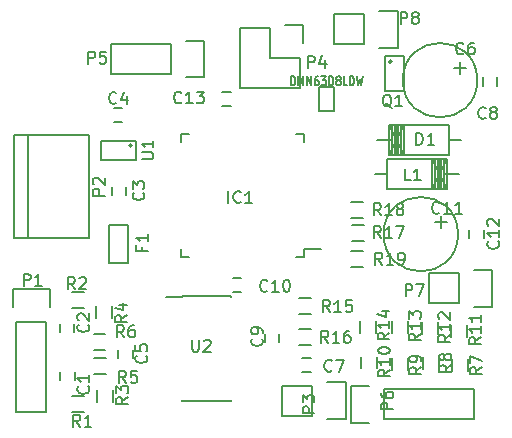
<source format=gto>
G04 #@! TF.FileFunction,Legend,Top*
%FSLAX46Y46*%
G04 Gerber Fmt 4.6, Leading zero omitted, Abs format (unit mm)*
G04 Created by KiCad (PCBNEW (2015-08-05 BZR 6055, Git fa29c62)-product) date 28/09/2015 1:15:09 PM*
%MOMM*%
G01*
G04 APERTURE LIST*
%ADD10C,0.150000*%
%ADD11C,0.152400*%
%ADD12C,0.127000*%
G04 APERTURE END LIST*
D10*
X38719200Y-152282640D02*
X38719200Y-151582640D01*
X39919200Y-151582640D02*
X39919200Y-152282640D01*
X39878560Y-147488160D02*
X39878560Y-148188160D01*
X38678560Y-148188160D02*
X38678560Y-147488160D01*
X44282920Y-135926080D02*
X44282920Y-136626080D01*
X43082920Y-136626080D02*
X43082920Y-135926080D01*
X43264340Y-129216860D02*
X43964340Y-129216860D01*
X43964340Y-130416860D02*
X43264340Y-130416860D01*
X43626480Y-150405580D02*
X43626480Y-149705580D01*
X44826480Y-149705580D02*
X44826480Y-150405580D01*
X72555100Y-125867160D02*
X72555100Y-126367540D01*
X72555100Y-125867160D02*
X73055480Y-125867160D01*
X72555100Y-125366780D02*
X72555100Y-125867160D01*
X72555100Y-125867160D02*
X72156320Y-125867160D01*
X72156320Y-125867160D02*
X72054720Y-125867160D01*
X74005440Y-126867920D02*
G75*
G03X74005440Y-126867920I-3149600J0D01*
G01*
X59195220Y-150364900D02*
X59895220Y-150364900D01*
X59895220Y-151564900D02*
X59195220Y-151564900D01*
X75672240Y-126624600D02*
X75672240Y-127324600D01*
X74472240Y-127324600D02*
X74472240Y-126624600D01*
X57196280Y-148361920D02*
X57196280Y-149061920D01*
X55996280Y-149061920D02*
X55996280Y-148361920D01*
X70929500Y-138904980D02*
X70929500Y-139405360D01*
X70929500Y-138904980D02*
X71429880Y-138904980D01*
X70929500Y-138404600D02*
X70929500Y-138904980D01*
X70929500Y-138904980D02*
X70530720Y-138904980D01*
X70530720Y-138904980D02*
X70429120Y-138904980D01*
X72379840Y-139905740D02*
G75*
G03X72379840Y-139905740I-3149600J0D01*
G01*
X74541940Y-139543040D02*
X74541940Y-140243040D01*
X73341940Y-140243040D02*
X73341940Y-139543040D01*
X66360040Y-134800340D02*
X65344040Y-134800340D01*
X71186040Y-134800340D02*
X72456040Y-134800340D01*
X70932040Y-136070340D02*
X70932040Y-133530340D01*
X70678040Y-136070340D02*
X70678040Y-133530340D01*
X70424040Y-136070340D02*
X70424040Y-133530340D01*
X71186040Y-136070340D02*
X71186040Y-133530340D01*
X70170040Y-136070340D02*
X71440040Y-133530340D01*
X71440040Y-136070340D02*
X70170040Y-133530340D01*
X70170040Y-136070340D02*
X70170040Y-133530340D01*
X70805040Y-136070340D02*
X70805040Y-133530340D01*
X71440040Y-133530340D02*
X71440040Y-136070340D01*
X71440040Y-136070340D02*
X66360040Y-136070340D01*
X66360040Y-136070340D02*
X66360040Y-133530340D01*
X66360040Y-133530340D02*
X71440040Y-133530340D01*
X42865140Y-139105840D02*
X44465140Y-139105840D01*
X44465140Y-139105840D02*
X44465140Y-142305840D01*
X44465140Y-142305840D02*
X42865140Y-142305840D01*
X42865140Y-142305840D02*
X42865140Y-139105840D01*
X59302400Y-141801600D02*
X59302400Y-141131600D01*
X48952400Y-141801600D02*
X48952400Y-141131600D01*
X48952400Y-131451600D02*
X48952400Y-132121600D01*
X59302400Y-131451600D02*
X59302400Y-132121600D01*
X59302400Y-141801600D02*
X58632400Y-141801600D01*
X59302400Y-131451600D02*
X58632400Y-131451600D01*
X48952400Y-131451600D02*
X49622400Y-131451600D01*
X48952400Y-141801600D02*
X49622400Y-141801600D01*
X59302400Y-141131600D02*
X60777400Y-141131600D01*
X71577200Y-131899660D02*
X72593200Y-131899660D01*
X66751200Y-131899660D02*
X65481200Y-131899660D01*
X67005200Y-130629660D02*
X67005200Y-133169660D01*
X67259200Y-130629660D02*
X67259200Y-133169660D01*
X67513200Y-130629660D02*
X67513200Y-133169660D01*
X66751200Y-130629660D02*
X66751200Y-133169660D01*
X67767200Y-130629660D02*
X66497200Y-133169660D01*
X66497200Y-130629660D02*
X67767200Y-133169660D01*
X67767200Y-130629660D02*
X67767200Y-133169660D01*
X67132200Y-130629660D02*
X67132200Y-133169660D01*
X66497200Y-133169660D02*
X66497200Y-130629660D01*
X66497200Y-130629660D02*
X71577200Y-130629660D01*
X71577200Y-130629660D02*
X71577200Y-133169660D01*
X71577200Y-133169660D02*
X66497200Y-133169660D01*
X34988500Y-147370800D02*
X34988500Y-154990800D01*
X37528500Y-147370800D02*
X37528500Y-154990800D01*
X37808500Y-144550800D02*
X37808500Y-146100800D01*
X34988500Y-154990800D02*
X37528500Y-154990800D01*
X37528500Y-147370800D02*
X34988500Y-147370800D01*
X34708500Y-146100800D02*
X34708500Y-144550800D01*
X34708500Y-144550800D02*
X37808500Y-144550800D01*
X34747360Y-131549260D02*
X34747360Y-140249260D01*
X41152360Y-131549260D02*
X41152360Y-140249260D01*
X41152360Y-140249260D02*
X34747360Y-140249260D01*
X35977360Y-140249260D02*
X35977360Y-131549260D01*
X34747360Y-131549260D02*
X41152360Y-131549260D01*
X66131440Y-155580080D02*
X73751440Y-155580080D01*
X66131440Y-153040080D02*
X73751440Y-153040080D01*
X63311440Y-152760080D02*
X64861440Y-152760080D01*
X73751440Y-155580080D02*
X73751440Y-153040080D01*
X66131440Y-153040080D02*
X66131440Y-155580080D01*
X64861440Y-155860080D02*
X63311440Y-155860080D01*
X63311440Y-155860080D02*
X63311440Y-152760080D01*
X57718960Y-122168320D02*
X59268960Y-122168320D01*
X59268960Y-123718320D02*
X59268960Y-122168320D01*
X56448960Y-122448320D02*
X56448960Y-124988320D01*
X56448960Y-124988320D02*
X58988960Y-124988320D01*
X58988960Y-124988320D02*
X58988960Y-127528320D01*
X58988960Y-127528320D02*
X53908960Y-127528320D01*
X53908960Y-127528320D02*
X53908960Y-122448320D01*
X53908960Y-122448320D02*
X56448960Y-122448320D01*
X48072040Y-123819920D02*
X42992040Y-123819920D01*
X42992040Y-123819920D02*
X42992040Y-126359920D01*
X42992040Y-126359920D02*
X48072040Y-126359920D01*
X50892040Y-126639920D02*
X49342040Y-126639920D01*
X48072040Y-126359920D02*
X48072040Y-123819920D01*
X49342040Y-123539920D02*
X50892040Y-123539920D01*
X50892040Y-123539920D02*
X50892040Y-126639920D01*
X60058300Y-155282900D02*
X57518300Y-155282900D01*
X62878300Y-155562900D02*
X61328300Y-155562900D01*
X60058300Y-155282900D02*
X60058300Y-152742900D01*
X61328300Y-152462900D02*
X62878300Y-152462900D01*
X62878300Y-152462900D02*
X62878300Y-155562900D01*
X60058300Y-152742900D02*
X57518300Y-152742900D01*
X57518300Y-152742900D02*
X57518300Y-155282900D01*
X72471280Y-145775680D02*
X69931280Y-145775680D01*
X75291280Y-146055680D02*
X73741280Y-146055680D01*
X72471280Y-145775680D02*
X72471280Y-143235680D01*
X73741280Y-142955680D02*
X75291280Y-142955680D01*
X75291280Y-142955680D02*
X75291280Y-146055680D01*
X72471280Y-143235680D02*
X69931280Y-143235680D01*
X69931280Y-143235680D02*
X69931280Y-145775680D01*
X64444880Y-123840240D02*
X61904880Y-123840240D01*
X67264880Y-124120240D02*
X65714880Y-124120240D01*
X64444880Y-123840240D02*
X64444880Y-121300240D01*
X65714880Y-121020240D02*
X67264880Y-121020240D01*
X67264880Y-121020240D02*
X67264880Y-124120240D01*
X64444880Y-121300240D02*
X61904880Y-121300240D01*
X61904880Y-121300240D02*
X61904880Y-123840240D01*
X66777101Y-125309120D02*
G75*
G03X66777101Y-125309120I-141421J0D01*
G01*
X66235680Y-127809120D02*
X67835680Y-127809120D01*
X67835680Y-127809120D02*
X67835680Y-124809120D01*
X67835680Y-124809120D02*
X66235680Y-124809120D01*
X66235680Y-124809120D02*
X66235680Y-127809120D01*
X39733600Y-153614760D02*
X40733600Y-153614760D01*
X40733600Y-154964760D02*
X39733600Y-154964760D01*
X39718360Y-144806040D02*
X40718360Y-144806040D01*
X40718360Y-146156040D02*
X39718360Y-146156040D01*
X43159040Y-153088720D02*
X43159040Y-154088720D01*
X41809040Y-154088720D02*
X41809040Y-153088720D01*
X43075220Y-146022440D02*
X43075220Y-147022440D01*
X41725220Y-147022440D02*
X41725220Y-146022440D01*
X41577640Y-150427060D02*
X42577640Y-150427060D01*
X42577640Y-151777060D02*
X41577640Y-151777060D01*
X41521760Y-148334100D02*
X42521760Y-148334100D01*
X42521760Y-149684100D02*
X41521760Y-149684100D01*
X71842000Y-151459820D02*
X71842000Y-150459820D01*
X73192000Y-150459820D02*
X73192000Y-151459820D01*
X69406140Y-151309960D02*
X69406140Y-150309960D01*
X70756140Y-150309960D02*
X70756140Y-151309960D01*
X66812800Y-151383620D02*
X66812800Y-150383620D01*
X68162800Y-150383620D02*
X68162800Y-151383620D01*
X64148340Y-151269320D02*
X64148340Y-150269320D01*
X65498340Y-150269320D02*
X65498340Y-151269320D01*
X71803900Y-148602320D02*
X71803900Y-147602320D01*
X73153900Y-147602320D02*
X73153900Y-148602320D01*
X69329940Y-148338160D02*
X69329940Y-147338160D01*
X70679940Y-147338160D02*
X70679940Y-148338160D01*
X66774700Y-148297520D02*
X66774700Y-147297520D01*
X68124700Y-147297520D02*
X68124700Y-148297520D01*
X64110240Y-148259420D02*
X64110240Y-147259420D01*
X65460240Y-147259420D02*
X65460240Y-148259420D01*
X59923300Y-146686900D02*
X58923300Y-146686900D01*
X58923300Y-145336900D02*
X59923300Y-145336900D01*
X58948700Y-147902300D02*
X59948700Y-147902300D01*
X59948700Y-149252300D02*
X58948700Y-149252300D01*
X63358140Y-137147940D02*
X64358140Y-137147940D01*
X64358140Y-138497940D02*
X63358140Y-138497940D01*
X64396240Y-140491840D02*
X63396240Y-140491840D01*
X63396240Y-139141840D02*
X64396240Y-139141840D01*
X63358140Y-141313540D02*
X64358140Y-141313540D01*
X64358140Y-142663540D02*
X63358140Y-142663540D01*
X44783701Y-132391200D02*
G75*
G03X44783701Y-132391200I-141421J0D01*
G01*
X42142280Y-131991200D02*
X42142280Y-133591200D01*
X42142280Y-133591200D02*
X45142280Y-133591200D01*
X45142280Y-133591200D02*
X45142280Y-131991200D01*
X45142280Y-131991200D02*
X42142280Y-131991200D01*
X49042500Y-145130600D02*
X49042500Y-145245600D01*
X53192500Y-145130600D02*
X53192500Y-145245600D01*
X53192500Y-154030600D02*
X53192500Y-153915600D01*
X49042500Y-154030600D02*
X49042500Y-153915600D01*
X49042500Y-145130600D02*
X53192500Y-145130600D01*
X49042500Y-154030600D02*
X53192500Y-154030600D01*
X49042500Y-145245600D02*
X47667500Y-145245600D01*
D11*
X61894720Y-129489200D02*
X61894720Y-127457200D01*
X61894720Y-127457200D02*
X60624720Y-127457200D01*
X60624720Y-127457200D02*
X60624720Y-129489200D01*
X60624720Y-129489200D02*
X61894720Y-129489200D01*
D10*
X52436280Y-127827480D02*
X53136280Y-127827480D01*
X53136280Y-129027480D02*
X52436280Y-129027480D01*
X54045600Y-144800880D02*
X53345600Y-144800880D01*
X53345600Y-143600880D02*
X54045600Y-143600880D01*
X41058103Y-152790186D02*
X41105722Y-152837805D01*
X41153341Y-152980662D01*
X41153341Y-153075900D01*
X41105722Y-153218758D01*
X41010484Y-153313996D01*
X40915246Y-153361615D01*
X40724770Y-153409234D01*
X40581912Y-153409234D01*
X40391436Y-153361615D01*
X40296198Y-153313996D01*
X40200960Y-153218758D01*
X40153341Y-153075900D01*
X40153341Y-152980662D01*
X40200960Y-152837805D01*
X40248579Y-152790186D01*
X41153341Y-151837805D02*
X41153341Y-152409234D01*
X41153341Y-152123520D02*
X40153341Y-152123520D01*
X40296198Y-152218758D01*
X40391436Y-152313996D01*
X40439055Y-152409234D01*
X41063183Y-147567946D02*
X41110802Y-147615565D01*
X41158421Y-147758422D01*
X41158421Y-147853660D01*
X41110802Y-147996518D01*
X41015564Y-148091756D01*
X40920326Y-148139375D01*
X40729850Y-148186994D01*
X40586992Y-148186994D01*
X40396516Y-148139375D01*
X40301278Y-148091756D01*
X40206040Y-147996518D01*
X40158421Y-147853660D01*
X40158421Y-147758422D01*
X40206040Y-147615565D01*
X40253659Y-147567946D01*
X40253659Y-147186994D02*
X40206040Y-147139375D01*
X40158421Y-147044137D01*
X40158421Y-146806041D01*
X40206040Y-146710803D01*
X40253659Y-146663184D01*
X40348897Y-146615565D01*
X40444135Y-146615565D01*
X40586992Y-146663184D01*
X41158421Y-147234613D01*
X41158421Y-146615565D01*
X45736783Y-136391946D02*
X45784402Y-136439565D01*
X45832021Y-136582422D01*
X45832021Y-136677660D01*
X45784402Y-136820518D01*
X45689164Y-136915756D01*
X45593926Y-136963375D01*
X45403450Y-137010994D01*
X45260592Y-137010994D01*
X45070116Y-136963375D01*
X44974878Y-136915756D01*
X44879640Y-136820518D01*
X44832021Y-136677660D01*
X44832021Y-136582422D01*
X44879640Y-136439565D01*
X44927259Y-136391946D01*
X44832021Y-136058613D02*
X44832021Y-135439565D01*
X45212973Y-135772899D01*
X45212973Y-135630041D01*
X45260592Y-135534803D01*
X45308211Y-135487184D01*
X45403450Y-135439565D01*
X45641545Y-135439565D01*
X45736783Y-135487184D01*
X45784402Y-135534803D01*
X45832021Y-135630041D01*
X45832021Y-135915756D01*
X45784402Y-136010994D01*
X45736783Y-136058613D01*
X43460374Y-128794783D02*
X43412755Y-128842402D01*
X43269898Y-128890021D01*
X43174660Y-128890021D01*
X43031802Y-128842402D01*
X42936564Y-128747164D01*
X42888945Y-128651926D01*
X42841326Y-128461450D01*
X42841326Y-128318592D01*
X42888945Y-128128116D01*
X42936564Y-128032878D01*
X43031802Y-127937640D01*
X43174660Y-127890021D01*
X43269898Y-127890021D01*
X43412755Y-127937640D01*
X43460374Y-127985259D01*
X44317517Y-128223354D02*
X44317517Y-128890021D01*
X44079421Y-127842402D02*
X43841326Y-128556688D01*
X44460374Y-128556688D01*
X45970463Y-150189226D02*
X46018082Y-150236845D01*
X46065701Y-150379702D01*
X46065701Y-150474940D01*
X46018082Y-150617798D01*
X45922844Y-150713036D01*
X45827606Y-150760655D01*
X45637130Y-150808274D01*
X45494272Y-150808274D01*
X45303796Y-150760655D01*
X45208558Y-150713036D01*
X45113320Y-150617798D01*
X45065701Y-150474940D01*
X45065701Y-150379702D01*
X45113320Y-150236845D01*
X45160939Y-150189226D01*
X45065701Y-149284464D02*
X45065701Y-149760655D01*
X45541891Y-149808274D01*
X45494272Y-149760655D01*
X45446653Y-149665417D01*
X45446653Y-149427321D01*
X45494272Y-149332083D01*
X45541891Y-149284464D01*
X45637130Y-149236845D01*
X45875225Y-149236845D01*
X45970463Y-149284464D01*
X46018082Y-149332083D01*
X46065701Y-149427321D01*
X46065701Y-149665417D01*
X46018082Y-149760655D01*
X45970463Y-149808274D01*
X72832934Y-124593623D02*
X72785315Y-124641242D01*
X72642458Y-124688861D01*
X72547220Y-124688861D01*
X72404362Y-124641242D01*
X72309124Y-124546004D01*
X72261505Y-124450766D01*
X72213886Y-124260290D01*
X72213886Y-124117432D01*
X72261505Y-123926956D01*
X72309124Y-123831718D01*
X72404362Y-123736480D01*
X72547220Y-123688861D01*
X72642458Y-123688861D01*
X72785315Y-123736480D01*
X72832934Y-123784099D01*
X73690077Y-123688861D02*
X73499600Y-123688861D01*
X73404362Y-123736480D01*
X73356743Y-123784099D01*
X73261505Y-123926956D01*
X73213886Y-124117432D01*
X73213886Y-124498385D01*
X73261505Y-124593623D01*
X73309124Y-124641242D01*
X73404362Y-124688861D01*
X73594839Y-124688861D01*
X73690077Y-124641242D01*
X73737696Y-124593623D01*
X73785315Y-124498385D01*
X73785315Y-124260290D01*
X73737696Y-124165051D01*
X73690077Y-124117432D01*
X73594839Y-124069813D01*
X73404362Y-124069813D01*
X73309124Y-124117432D01*
X73261505Y-124165051D01*
X73213886Y-124260290D01*
X61692494Y-151446503D02*
X61644875Y-151494122D01*
X61502018Y-151541741D01*
X61406780Y-151541741D01*
X61263922Y-151494122D01*
X61168684Y-151398884D01*
X61121065Y-151303646D01*
X61073446Y-151113170D01*
X61073446Y-150970312D01*
X61121065Y-150779836D01*
X61168684Y-150684598D01*
X61263922Y-150589360D01*
X61406780Y-150541741D01*
X61502018Y-150541741D01*
X61644875Y-150589360D01*
X61692494Y-150636979D01*
X62025827Y-150541741D02*
X62692494Y-150541741D01*
X62263922Y-151541741D01*
X74712534Y-130054623D02*
X74664915Y-130102242D01*
X74522058Y-130149861D01*
X74426820Y-130149861D01*
X74283962Y-130102242D01*
X74188724Y-130007004D01*
X74141105Y-129911766D01*
X74093486Y-129721290D01*
X74093486Y-129578432D01*
X74141105Y-129387956D01*
X74188724Y-129292718D01*
X74283962Y-129197480D01*
X74426820Y-129149861D01*
X74522058Y-129149861D01*
X74664915Y-129197480D01*
X74712534Y-129245099D01*
X75283962Y-129578432D02*
X75188724Y-129530813D01*
X75141105Y-129483194D01*
X75093486Y-129387956D01*
X75093486Y-129340337D01*
X75141105Y-129245099D01*
X75188724Y-129197480D01*
X75283962Y-129149861D01*
X75474439Y-129149861D01*
X75569677Y-129197480D01*
X75617296Y-129245099D01*
X75664915Y-129340337D01*
X75664915Y-129387956D01*
X75617296Y-129483194D01*
X75569677Y-129530813D01*
X75474439Y-129578432D01*
X75283962Y-129578432D01*
X75188724Y-129626051D01*
X75141105Y-129673670D01*
X75093486Y-129768909D01*
X75093486Y-129959385D01*
X75141105Y-130054623D01*
X75188724Y-130102242D01*
X75283962Y-130149861D01*
X75474439Y-130149861D01*
X75569677Y-130102242D01*
X75617296Y-130054623D01*
X75664915Y-129959385D01*
X75664915Y-129768909D01*
X75617296Y-129673670D01*
X75569677Y-129626051D01*
X75474439Y-129578432D01*
X55759623Y-148746506D02*
X55807242Y-148794125D01*
X55854861Y-148936982D01*
X55854861Y-149032220D01*
X55807242Y-149175078D01*
X55712004Y-149270316D01*
X55616766Y-149317935D01*
X55426290Y-149365554D01*
X55283432Y-149365554D01*
X55092956Y-149317935D01*
X54997718Y-149270316D01*
X54902480Y-149175078D01*
X54854861Y-149032220D01*
X54854861Y-148936982D01*
X54902480Y-148794125D01*
X54950099Y-148746506D01*
X55854861Y-148270316D02*
X55854861Y-148079840D01*
X55807242Y-147984601D01*
X55759623Y-147936982D01*
X55616766Y-147841744D01*
X55426290Y-147794125D01*
X55045337Y-147794125D01*
X54950099Y-147841744D01*
X54902480Y-147889363D01*
X54854861Y-147984601D01*
X54854861Y-148175078D01*
X54902480Y-148270316D01*
X54950099Y-148317935D01*
X55045337Y-148365554D01*
X55283432Y-148365554D01*
X55378670Y-148317935D01*
X55426290Y-148270316D01*
X55473909Y-148175078D01*
X55473909Y-147984601D01*
X55426290Y-147889363D01*
X55378670Y-147841744D01*
X55283432Y-147794125D01*
X70802263Y-138081023D02*
X70754644Y-138128642D01*
X70611787Y-138176261D01*
X70516549Y-138176261D01*
X70373691Y-138128642D01*
X70278453Y-138033404D01*
X70230834Y-137938166D01*
X70183215Y-137747690D01*
X70183215Y-137604832D01*
X70230834Y-137414356D01*
X70278453Y-137319118D01*
X70373691Y-137223880D01*
X70516549Y-137176261D01*
X70611787Y-137176261D01*
X70754644Y-137223880D01*
X70802263Y-137271499D01*
X71754644Y-138176261D02*
X71183215Y-138176261D01*
X71468929Y-138176261D02*
X71468929Y-137176261D01*
X71373691Y-137319118D01*
X71278453Y-137414356D01*
X71183215Y-137461975D01*
X72707025Y-138176261D02*
X72135596Y-138176261D01*
X72421310Y-138176261D02*
X72421310Y-137176261D01*
X72326072Y-137319118D01*
X72230834Y-137414356D01*
X72135596Y-137461975D01*
X75764663Y-140515577D02*
X75812282Y-140563196D01*
X75859901Y-140706053D01*
X75859901Y-140801291D01*
X75812282Y-140944149D01*
X75717044Y-141039387D01*
X75621806Y-141087006D01*
X75431330Y-141134625D01*
X75288472Y-141134625D01*
X75097996Y-141087006D01*
X75002758Y-141039387D01*
X74907520Y-140944149D01*
X74859901Y-140801291D01*
X74859901Y-140706053D01*
X74907520Y-140563196D01*
X74955139Y-140515577D01*
X75859901Y-139563196D02*
X75859901Y-140134625D01*
X75859901Y-139848911D02*
X74859901Y-139848911D01*
X75002758Y-139944149D01*
X75097996Y-140039387D01*
X75145615Y-140134625D01*
X74955139Y-139182244D02*
X74907520Y-139134625D01*
X74859901Y-139039387D01*
X74859901Y-138801291D01*
X74907520Y-138706053D01*
X74955139Y-138658434D01*
X75050377Y-138610815D01*
X75145615Y-138610815D01*
X75288472Y-138658434D01*
X75859901Y-139229863D01*
X75859901Y-138610815D01*
X68847745Y-132339341D02*
X68847745Y-131339341D01*
X69085840Y-131339341D01*
X69228698Y-131386960D01*
X69323936Y-131482198D01*
X69371555Y-131577436D01*
X69419174Y-131767912D01*
X69419174Y-131910770D01*
X69371555Y-132101246D01*
X69323936Y-132196484D01*
X69228698Y-132291722D01*
X69085840Y-132339341D01*
X68847745Y-132339341D01*
X70371555Y-132339341D02*
X69800126Y-132339341D01*
X70085840Y-132339341D02*
X70085840Y-131339341D01*
X69990602Y-131482198D01*
X69895364Y-131577436D01*
X69800126Y-131625055D01*
X45602851Y-140968053D02*
X45602851Y-141301387D01*
X46126661Y-141301387D02*
X45126661Y-141301387D01*
X45126661Y-140825196D01*
X46126661Y-139920434D02*
X46126661Y-140491863D01*
X46126661Y-140206149D02*
X45126661Y-140206149D01*
X45269518Y-140301387D01*
X45364756Y-140396625D01*
X45412375Y-140491863D01*
X52937850Y-137272021D02*
X52937850Y-136272021D01*
X53985469Y-137176783D02*
X53937850Y-137224402D01*
X53794993Y-137272021D01*
X53699755Y-137272021D01*
X53556897Y-137224402D01*
X53461659Y-137129164D01*
X53414040Y-137033926D01*
X53366421Y-136843450D01*
X53366421Y-136700592D01*
X53414040Y-136510116D01*
X53461659Y-136414878D01*
X53556897Y-136319640D01*
X53699755Y-136272021D01*
X53794993Y-136272021D01*
X53937850Y-136319640D01*
X53985469Y-136367259D01*
X54937850Y-137272021D02*
X54366421Y-137272021D01*
X54652135Y-137272021D02*
X54652135Y-136272021D01*
X54556897Y-136414878D01*
X54461659Y-136510116D01*
X54366421Y-136557735D01*
X68367614Y-135356861D02*
X67891423Y-135356861D01*
X67891423Y-134356861D01*
X69224757Y-135356861D02*
X68653328Y-135356861D01*
X68939042Y-135356861D02*
X68939042Y-134356861D01*
X68843804Y-134499718D01*
X68748566Y-134594956D01*
X68653328Y-134642575D01*
X35614385Y-144287501D02*
X35614385Y-143287501D01*
X35995338Y-143287501D01*
X36090576Y-143335120D01*
X36138195Y-143382739D01*
X36185814Y-143477977D01*
X36185814Y-143620834D01*
X36138195Y-143716072D01*
X36090576Y-143763691D01*
X35995338Y-143811310D01*
X35614385Y-143811310D01*
X37138195Y-144287501D02*
X36566766Y-144287501D01*
X36852480Y-144287501D02*
X36852480Y-143287501D01*
X36757242Y-143430358D01*
X36662004Y-143525596D01*
X36566766Y-143573215D01*
X42467201Y-136638255D02*
X41467201Y-136638255D01*
X41467201Y-136257302D01*
X41514820Y-136162064D01*
X41562439Y-136114445D01*
X41657677Y-136066826D01*
X41800534Y-136066826D01*
X41895772Y-136114445D01*
X41943391Y-136162064D01*
X41991010Y-136257302D01*
X41991010Y-136638255D01*
X41562439Y-135685874D02*
X41514820Y-135638255D01*
X41467201Y-135543017D01*
X41467201Y-135304921D01*
X41514820Y-135209683D01*
X41562439Y-135162064D01*
X41657677Y-135114445D01*
X41752915Y-135114445D01*
X41895772Y-135162064D01*
X42467201Y-135733493D01*
X42467201Y-135114445D01*
X60213821Y-155048175D02*
X59213821Y-155048175D01*
X59213821Y-154667222D01*
X59261440Y-154571984D01*
X59309059Y-154524365D01*
X59404297Y-154476746D01*
X59547154Y-154476746D01*
X59642392Y-154524365D01*
X59690011Y-154571984D01*
X59737630Y-154667222D01*
X59737630Y-155048175D01*
X59213821Y-154143413D02*
X59213821Y-153524365D01*
X59594773Y-153857699D01*
X59594773Y-153714841D01*
X59642392Y-153619603D01*
X59690011Y-153571984D01*
X59785250Y-153524365D01*
X60023345Y-153524365D01*
X60118583Y-153571984D01*
X60166202Y-153619603D01*
X60213821Y-153714841D01*
X60213821Y-154000556D01*
X60166202Y-154095794D01*
X60118583Y-154143413D01*
X59673265Y-125826781D02*
X59673265Y-124826781D01*
X60054218Y-124826781D01*
X60149456Y-124874400D01*
X60197075Y-124922019D01*
X60244694Y-125017257D01*
X60244694Y-125160114D01*
X60197075Y-125255352D01*
X60149456Y-125302971D01*
X60054218Y-125350590D01*
X59673265Y-125350590D01*
X61101837Y-125160114D02*
X61101837Y-125826781D01*
X60863741Y-124779162D02*
X60625646Y-125493448D01*
X61244694Y-125493448D01*
X41080465Y-125461021D02*
X41080465Y-124461021D01*
X41461418Y-124461021D01*
X41556656Y-124508640D01*
X41604275Y-124556259D01*
X41651894Y-124651497D01*
X41651894Y-124794354D01*
X41604275Y-124889592D01*
X41556656Y-124937211D01*
X41461418Y-124984830D01*
X41080465Y-124984830D01*
X42556656Y-124461021D02*
X42080465Y-124461021D01*
X42032846Y-124937211D01*
X42080465Y-124889592D01*
X42175703Y-124841973D01*
X42413799Y-124841973D01*
X42509037Y-124889592D01*
X42556656Y-124937211D01*
X42604275Y-125032450D01*
X42604275Y-125270545D01*
X42556656Y-125365783D01*
X42509037Y-125413402D01*
X42413799Y-125461021D01*
X42175703Y-125461021D01*
X42080465Y-125413402D01*
X42032846Y-125365783D01*
X66880681Y-154750995D02*
X65880681Y-154750995D01*
X65880681Y-154370042D01*
X65928300Y-154274804D01*
X65975919Y-154227185D01*
X66071157Y-154179566D01*
X66214014Y-154179566D01*
X66309252Y-154227185D01*
X66356871Y-154274804D01*
X66404490Y-154370042D01*
X66404490Y-154750995D01*
X65880681Y-153322423D02*
X65880681Y-153512900D01*
X65928300Y-153608138D01*
X65975919Y-153655757D01*
X66118776Y-153750995D01*
X66309252Y-153798614D01*
X66690205Y-153798614D01*
X66785443Y-153750995D01*
X66833062Y-153703376D01*
X66880681Y-153608138D01*
X66880681Y-153417661D01*
X66833062Y-153322423D01*
X66785443Y-153274804D01*
X66690205Y-153227185D01*
X66452110Y-153227185D01*
X66356871Y-153274804D01*
X66309252Y-153322423D01*
X66261633Y-153417661D01*
X66261633Y-153608138D01*
X66309252Y-153703376D01*
X66356871Y-153750995D01*
X66452110Y-153798614D01*
X67938425Y-145125701D02*
X67938425Y-144125701D01*
X68319378Y-144125701D01*
X68414616Y-144173320D01*
X68462235Y-144220939D01*
X68509854Y-144316177D01*
X68509854Y-144459034D01*
X68462235Y-144554272D01*
X68414616Y-144601891D01*
X68319378Y-144649510D01*
X67938425Y-144649510D01*
X68843187Y-144125701D02*
X69509854Y-144125701D01*
X69081282Y-145125701D01*
X67521865Y-122098061D02*
X67521865Y-121098061D01*
X67902818Y-121098061D01*
X67998056Y-121145680D01*
X68045675Y-121193299D01*
X68093294Y-121288537D01*
X68093294Y-121431394D01*
X68045675Y-121526632D01*
X67998056Y-121574251D01*
X67902818Y-121621870D01*
X67521865Y-121621870D01*
X68664722Y-121526632D02*
X68569484Y-121479013D01*
X68521865Y-121431394D01*
X68474246Y-121336156D01*
X68474246Y-121288537D01*
X68521865Y-121193299D01*
X68569484Y-121145680D01*
X68664722Y-121098061D01*
X68855199Y-121098061D01*
X68950437Y-121145680D01*
X68998056Y-121193299D01*
X69045675Y-121288537D01*
X69045675Y-121336156D01*
X68998056Y-121431394D01*
X68950437Y-121479013D01*
X68855199Y-121526632D01*
X68664722Y-121526632D01*
X68569484Y-121574251D01*
X68521865Y-121621870D01*
X68474246Y-121717109D01*
X68474246Y-121907585D01*
X68521865Y-122002823D01*
X68569484Y-122050442D01*
X68664722Y-122098061D01*
X68855199Y-122098061D01*
X68950437Y-122050442D01*
X68998056Y-122002823D01*
X69045675Y-121907585D01*
X69045675Y-121717109D01*
X68998056Y-121621870D01*
X68950437Y-121574251D01*
X68855199Y-121526632D01*
X66747402Y-129188459D02*
X66652164Y-129140840D01*
X66556926Y-129045602D01*
X66414069Y-128902745D01*
X66318830Y-128855126D01*
X66223592Y-128855126D01*
X66271211Y-129093221D02*
X66175973Y-129045602D01*
X66080735Y-128950364D01*
X66033116Y-128759888D01*
X66033116Y-128426554D01*
X66080735Y-128236078D01*
X66175973Y-128140840D01*
X66271211Y-128093221D01*
X66461688Y-128093221D01*
X66556926Y-128140840D01*
X66652164Y-128236078D01*
X66699783Y-128426554D01*
X66699783Y-128759888D01*
X66652164Y-128950364D01*
X66556926Y-129045602D01*
X66461688Y-129093221D01*
X66271211Y-129093221D01*
X67652164Y-129093221D02*
X67080735Y-129093221D01*
X67366449Y-129093221D02*
X67366449Y-128093221D01*
X67271211Y-128236078D01*
X67175973Y-128331316D01*
X67080735Y-128378935D01*
X40392054Y-156205181D02*
X40058720Y-155728990D01*
X39820625Y-156205181D02*
X39820625Y-155205181D01*
X40201578Y-155205181D01*
X40296816Y-155252800D01*
X40344435Y-155300419D01*
X40392054Y-155395657D01*
X40392054Y-155538514D01*
X40344435Y-155633752D01*
X40296816Y-155681371D01*
X40201578Y-155728990D01*
X39820625Y-155728990D01*
X41344435Y-156205181D02*
X40773006Y-156205181D01*
X41058720Y-156205181D02*
X41058720Y-155205181D01*
X40963482Y-155348038D01*
X40868244Y-155443276D01*
X40773006Y-155490895D01*
X39945014Y-144561821D02*
X39611680Y-144085630D01*
X39373585Y-144561821D02*
X39373585Y-143561821D01*
X39754538Y-143561821D01*
X39849776Y-143609440D01*
X39897395Y-143657059D01*
X39945014Y-143752297D01*
X39945014Y-143895154D01*
X39897395Y-143990392D01*
X39849776Y-144038011D01*
X39754538Y-144085630D01*
X39373585Y-144085630D01*
X40325966Y-143657059D02*
X40373585Y-143609440D01*
X40468823Y-143561821D01*
X40706919Y-143561821D01*
X40802157Y-143609440D01*
X40849776Y-143657059D01*
X40897395Y-143752297D01*
X40897395Y-143847535D01*
X40849776Y-143990392D01*
X40278347Y-144561821D01*
X40897395Y-144561821D01*
X44445181Y-153704586D02*
X43968990Y-154037920D01*
X44445181Y-154276015D02*
X43445181Y-154276015D01*
X43445181Y-153895062D01*
X43492800Y-153799824D01*
X43540419Y-153752205D01*
X43635657Y-153704586D01*
X43778514Y-153704586D01*
X43873752Y-153752205D01*
X43921371Y-153799824D01*
X43968990Y-153895062D01*
X43968990Y-154276015D01*
X43445181Y-153371253D02*
X43445181Y-152752205D01*
X43826133Y-153085539D01*
X43826133Y-152942681D01*
X43873752Y-152847443D01*
X43921371Y-152799824D01*
X44016610Y-152752205D01*
X44254705Y-152752205D01*
X44349943Y-152799824D01*
X44397562Y-152847443D01*
X44445181Y-152942681D01*
X44445181Y-153228396D01*
X44397562Y-153323634D01*
X44349943Y-153371253D01*
X44358821Y-146744986D02*
X43882630Y-147078320D01*
X44358821Y-147316415D02*
X43358821Y-147316415D01*
X43358821Y-146935462D01*
X43406440Y-146840224D01*
X43454059Y-146792605D01*
X43549297Y-146744986D01*
X43692154Y-146744986D01*
X43787392Y-146792605D01*
X43835011Y-146840224D01*
X43882630Y-146935462D01*
X43882630Y-147316415D01*
X43692154Y-145887843D02*
X44358821Y-145887843D01*
X43311202Y-146125939D02*
X44025488Y-146364034D01*
X44025488Y-145744986D01*
X44273174Y-152486621D02*
X43939840Y-152010430D01*
X43701745Y-152486621D02*
X43701745Y-151486621D01*
X44082698Y-151486621D01*
X44177936Y-151534240D01*
X44225555Y-151581859D01*
X44273174Y-151677097D01*
X44273174Y-151819954D01*
X44225555Y-151915192D01*
X44177936Y-151962811D01*
X44082698Y-152010430D01*
X43701745Y-152010430D01*
X45177936Y-151486621D02*
X44701745Y-151486621D01*
X44654126Y-151962811D01*
X44701745Y-151915192D01*
X44796983Y-151867573D01*
X45035079Y-151867573D01*
X45130317Y-151915192D01*
X45177936Y-151962811D01*
X45225555Y-152058050D01*
X45225555Y-152296145D01*
X45177936Y-152391383D01*
X45130317Y-152439002D01*
X45035079Y-152486621D01*
X44796983Y-152486621D01*
X44701745Y-152439002D01*
X44654126Y-152391383D01*
X44090294Y-148625821D02*
X43756960Y-148149630D01*
X43518865Y-148625821D02*
X43518865Y-147625821D01*
X43899818Y-147625821D01*
X43995056Y-147673440D01*
X44042675Y-147721059D01*
X44090294Y-147816297D01*
X44090294Y-147959154D01*
X44042675Y-148054392D01*
X43995056Y-148102011D01*
X43899818Y-148149630D01*
X43518865Y-148149630D01*
X44947437Y-147625821D02*
X44756960Y-147625821D01*
X44661722Y-147673440D01*
X44614103Y-147721059D01*
X44518865Y-147863916D01*
X44471246Y-148054392D01*
X44471246Y-148435345D01*
X44518865Y-148530583D01*
X44566484Y-148578202D01*
X44661722Y-148625821D01*
X44852199Y-148625821D01*
X44947437Y-148578202D01*
X44995056Y-148530583D01*
X45042675Y-148435345D01*
X45042675Y-148197250D01*
X44995056Y-148102011D01*
X44947437Y-148054392D01*
X44852199Y-148006773D01*
X44661722Y-148006773D01*
X44566484Y-148054392D01*
X44518865Y-148102011D01*
X44471246Y-148197250D01*
X74381621Y-151179826D02*
X73905430Y-151513160D01*
X74381621Y-151751255D02*
X73381621Y-151751255D01*
X73381621Y-151370302D01*
X73429240Y-151275064D01*
X73476859Y-151227445D01*
X73572097Y-151179826D01*
X73714954Y-151179826D01*
X73810192Y-151227445D01*
X73857811Y-151275064D01*
X73905430Y-151370302D01*
X73905430Y-151751255D01*
X73381621Y-150846493D02*
X73381621Y-150179826D01*
X74381621Y-150608398D01*
X71806061Y-150981706D02*
X71329870Y-151315040D01*
X71806061Y-151553135D02*
X70806061Y-151553135D01*
X70806061Y-151172182D01*
X70853680Y-151076944D01*
X70901299Y-151029325D01*
X70996537Y-150981706D01*
X71139394Y-150981706D01*
X71234632Y-151029325D01*
X71282251Y-151076944D01*
X71329870Y-151172182D01*
X71329870Y-151553135D01*
X71234632Y-150410278D02*
X71187013Y-150505516D01*
X71139394Y-150553135D01*
X71044156Y-150600754D01*
X70996537Y-150600754D01*
X70901299Y-150553135D01*
X70853680Y-150505516D01*
X70806061Y-150410278D01*
X70806061Y-150219801D01*
X70853680Y-150124563D01*
X70901299Y-150076944D01*
X70996537Y-150029325D01*
X71044156Y-150029325D01*
X71139394Y-150076944D01*
X71187013Y-150124563D01*
X71234632Y-150219801D01*
X71234632Y-150410278D01*
X71282251Y-150505516D01*
X71329870Y-150553135D01*
X71425109Y-150600754D01*
X71615585Y-150600754D01*
X71710823Y-150553135D01*
X71758442Y-150505516D01*
X71806061Y-150410278D01*
X71806061Y-150219801D01*
X71758442Y-150124563D01*
X71710823Y-150076944D01*
X71615585Y-150029325D01*
X71425109Y-150029325D01*
X71329870Y-150076944D01*
X71282251Y-150124563D01*
X71234632Y-150219801D01*
X69260981Y-151149346D02*
X68784790Y-151482680D01*
X69260981Y-151720775D02*
X68260981Y-151720775D01*
X68260981Y-151339822D01*
X68308600Y-151244584D01*
X68356219Y-151196965D01*
X68451457Y-151149346D01*
X68594314Y-151149346D01*
X68689552Y-151196965D01*
X68737171Y-151244584D01*
X68784790Y-151339822D01*
X68784790Y-151720775D01*
X69260981Y-150673156D02*
X69260981Y-150482680D01*
X69213362Y-150387441D01*
X69165743Y-150339822D01*
X69022886Y-150244584D01*
X68832410Y-150196965D01*
X68451457Y-150196965D01*
X68356219Y-150244584D01*
X68308600Y-150292203D01*
X68260981Y-150387441D01*
X68260981Y-150577918D01*
X68308600Y-150673156D01*
X68356219Y-150720775D01*
X68451457Y-150768394D01*
X68689552Y-150768394D01*
X68784790Y-150720775D01*
X68832410Y-150673156D01*
X68880029Y-150577918D01*
X68880029Y-150387441D01*
X68832410Y-150292203D01*
X68784790Y-150244584D01*
X68689552Y-150196965D01*
X66614301Y-151376617D02*
X66138110Y-151709951D01*
X66614301Y-151948046D02*
X65614301Y-151948046D01*
X65614301Y-151567093D01*
X65661920Y-151471855D01*
X65709539Y-151424236D01*
X65804777Y-151376617D01*
X65947634Y-151376617D01*
X66042872Y-151424236D01*
X66090491Y-151471855D01*
X66138110Y-151567093D01*
X66138110Y-151948046D01*
X66614301Y-150424236D02*
X66614301Y-150995665D01*
X66614301Y-150709951D02*
X65614301Y-150709951D01*
X65757158Y-150805189D01*
X65852396Y-150900427D01*
X65900015Y-150995665D01*
X65614301Y-149805189D02*
X65614301Y-149709950D01*
X65661920Y-149614712D01*
X65709539Y-149567093D01*
X65804777Y-149519474D01*
X65995253Y-149471855D01*
X66233349Y-149471855D01*
X66423825Y-149519474D01*
X66519063Y-149567093D01*
X66566682Y-149614712D01*
X66614301Y-149709950D01*
X66614301Y-149805189D01*
X66566682Y-149900427D01*
X66519063Y-149948046D01*
X66423825Y-149995665D01*
X66233349Y-150043284D01*
X65995253Y-150043284D01*
X65804777Y-149995665D01*
X65709539Y-149948046D01*
X65661920Y-149900427D01*
X65614301Y-149805189D01*
X74305421Y-148638497D02*
X73829230Y-148971831D01*
X74305421Y-149209926D02*
X73305421Y-149209926D01*
X73305421Y-148828973D01*
X73353040Y-148733735D01*
X73400659Y-148686116D01*
X73495897Y-148638497D01*
X73638754Y-148638497D01*
X73733992Y-148686116D01*
X73781611Y-148733735D01*
X73829230Y-148828973D01*
X73829230Y-149209926D01*
X74305421Y-147686116D02*
X74305421Y-148257545D01*
X74305421Y-147971831D02*
X73305421Y-147971831D01*
X73448278Y-148067069D01*
X73543516Y-148162307D01*
X73591135Y-148257545D01*
X74305421Y-146733735D02*
X74305421Y-147305164D01*
X74305421Y-147019450D02*
X73305421Y-147019450D01*
X73448278Y-147114688D01*
X73543516Y-147209926D01*
X73591135Y-147305164D01*
X71714621Y-148425137D02*
X71238430Y-148758471D01*
X71714621Y-148996566D02*
X70714621Y-148996566D01*
X70714621Y-148615613D01*
X70762240Y-148520375D01*
X70809859Y-148472756D01*
X70905097Y-148425137D01*
X71047954Y-148425137D01*
X71143192Y-148472756D01*
X71190811Y-148520375D01*
X71238430Y-148615613D01*
X71238430Y-148996566D01*
X71714621Y-147472756D02*
X71714621Y-148044185D01*
X71714621Y-147758471D02*
X70714621Y-147758471D01*
X70857478Y-147853709D01*
X70952716Y-147948947D01*
X71000335Y-148044185D01*
X70809859Y-147091804D02*
X70762240Y-147044185D01*
X70714621Y-146948947D01*
X70714621Y-146710851D01*
X70762240Y-146615613D01*
X70809859Y-146567994D01*
X70905097Y-146520375D01*
X71000335Y-146520375D01*
X71143192Y-146567994D01*
X71714621Y-147139423D01*
X71714621Y-146520375D01*
X69215261Y-148333697D02*
X68739070Y-148667031D01*
X69215261Y-148905126D02*
X68215261Y-148905126D01*
X68215261Y-148524173D01*
X68262880Y-148428935D01*
X68310499Y-148381316D01*
X68405737Y-148333697D01*
X68548594Y-148333697D01*
X68643832Y-148381316D01*
X68691451Y-148428935D01*
X68739070Y-148524173D01*
X68739070Y-148905126D01*
X69215261Y-147381316D02*
X69215261Y-147952745D01*
X69215261Y-147667031D02*
X68215261Y-147667031D01*
X68358118Y-147762269D01*
X68453356Y-147857507D01*
X68500975Y-147952745D01*
X68215261Y-147047983D02*
X68215261Y-146428935D01*
X68596213Y-146762269D01*
X68596213Y-146619411D01*
X68643832Y-146524173D01*
X68691451Y-146476554D01*
X68786690Y-146428935D01*
X69024785Y-146428935D01*
X69120023Y-146476554D01*
X69167642Y-146524173D01*
X69215261Y-146619411D01*
X69215261Y-146905126D01*
X69167642Y-147000364D01*
X69120023Y-147047983D01*
X66573661Y-148247337D02*
X66097470Y-148580671D01*
X66573661Y-148818766D02*
X65573661Y-148818766D01*
X65573661Y-148437813D01*
X65621280Y-148342575D01*
X65668899Y-148294956D01*
X65764137Y-148247337D01*
X65906994Y-148247337D01*
X66002232Y-148294956D01*
X66049851Y-148342575D01*
X66097470Y-148437813D01*
X66097470Y-148818766D01*
X66573661Y-147294956D02*
X66573661Y-147866385D01*
X66573661Y-147580671D02*
X65573661Y-147580671D01*
X65716518Y-147675909D01*
X65811756Y-147771147D01*
X65859375Y-147866385D01*
X65906994Y-146437813D02*
X66573661Y-146437813D01*
X65526042Y-146675909D02*
X66240328Y-146914004D01*
X66240328Y-146294956D01*
X61521103Y-146497301D02*
X61187769Y-146021110D01*
X60949674Y-146497301D02*
X60949674Y-145497301D01*
X61330627Y-145497301D01*
X61425865Y-145544920D01*
X61473484Y-145592539D01*
X61521103Y-145687777D01*
X61521103Y-145830634D01*
X61473484Y-145925872D01*
X61425865Y-145973491D01*
X61330627Y-146021110D01*
X60949674Y-146021110D01*
X62473484Y-146497301D02*
X61902055Y-146497301D01*
X62187769Y-146497301D02*
X62187769Y-145497301D01*
X62092531Y-145640158D01*
X61997293Y-145735396D01*
X61902055Y-145783015D01*
X63378246Y-145497301D02*
X62902055Y-145497301D01*
X62854436Y-145973491D01*
X62902055Y-145925872D01*
X62997293Y-145878253D01*
X63235389Y-145878253D01*
X63330627Y-145925872D01*
X63378246Y-145973491D01*
X63425865Y-146068730D01*
X63425865Y-146306825D01*
X63378246Y-146402063D01*
X63330627Y-146449682D01*
X63235389Y-146497301D01*
X62997293Y-146497301D01*
X62902055Y-146449682D01*
X62854436Y-146402063D01*
X61378863Y-149098261D02*
X61045529Y-148622070D01*
X60807434Y-149098261D02*
X60807434Y-148098261D01*
X61188387Y-148098261D01*
X61283625Y-148145880D01*
X61331244Y-148193499D01*
X61378863Y-148288737D01*
X61378863Y-148431594D01*
X61331244Y-148526832D01*
X61283625Y-148574451D01*
X61188387Y-148622070D01*
X60807434Y-148622070D01*
X62331244Y-149098261D02*
X61759815Y-149098261D01*
X62045529Y-149098261D02*
X62045529Y-148098261D01*
X61950291Y-148241118D01*
X61855053Y-148336356D01*
X61759815Y-148383975D01*
X63188387Y-148098261D02*
X62997910Y-148098261D01*
X62902672Y-148145880D01*
X62855053Y-148193499D01*
X62759815Y-148336356D01*
X62712196Y-148526832D01*
X62712196Y-148907785D01*
X62759815Y-149003023D01*
X62807434Y-149050642D01*
X62902672Y-149098261D01*
X63093149Y-149098261D01*
X63188387Y-149050642D01*
X63236006Y-149003023D01*
X63283625Y-148907785D01*
X63283625Y-148669690D01*
X63236006Y-148574451D01*
X63188387Y-148526832D01*
X63093149Y-148479213D01*
X62902672Y-148479213D01*
X62807434Y-148526832D01*
X62759815Y-148574451D01*
X62712196Y-148669690D01*
X65854343Y-140238741D02*
X65521009Y-139762550D01*
X65282914Y-140238741D02*
X65282914Y-139238741D01*
X65663867Y-139238741D01*
X65759105Y-139286360D01*
X65806724Y-139333979D01*
X65854343Y-139429217D01*
X65854343Y-139572074D01*
X65806724Y-139667312D01*
X65759105Y-139714931D01*
X65663867Y-139762550D01*
X65282914Y-139762550D01*
X66806724Y-140238741D02*
X66235295Y-140238741D01*
X66521009Y-140238741D02*
X66521009Y-139238741D01*
X66425771Y-139381598D01*
X66330533Y-139476836D01*
X66235295Y-139524455D01*
X67140057Y-139238741D02*
X67806724Y-139238741D01*
X67378152Y-140238741D01*
X65854343Y-138308341D02*
X65521009Y-137832150D01*
X65282914Y-138308341D02*
X65282914Y-137308341D01*
X65663867Y-137308341D01*
X65759105Y-137355960D01*
X65806724Y-137403579D01*
X65854343Y-137498817D01*
X65854343Y-137641674D01*
X65806724Y-137736912D01*
X65759105Y-137784531D01*
X65663867Y-137832150D01*
X65282914Y-137832150D01*
X66806724Y-138308341D02*
X66235295Y-138308341D01*
X66521009Y-138308341D02*
X66521009Y-137308341D01*
X66425771Y-137451198D01*
X66330533Y-137546436D01*
X66235295Y-137594055D01*
X67378152Y-137736912D02*
X67282914Y-137689293D01*
X67235295Y-137641674D01*
X67187676Y-137546436D01*
X67187676Y-137498817D01*
X67235295Y-137403579D01*
X67282914Y-137355960D01*
X67378152Y-137308341D01*
X67568629Y-137308341D01*
X67663867Y-137355960D01*
X67711486Y-137403579D01*
X67759105Y-137498817D01*
X67759105Y-137546436D01*
X67711486Y-137641674D01*
X67663867Y-137689293D01*
X67568629Y-137736912D01*
X67378152Y-137736912D01*
X67282914Y-137784531D01*
X67235295Y-137832150D01*
X67187676Y-137927389D01*
X67187676Y-138117865D01*
X67235295Y-138213103D01*
X67282914Y-138260722D01*
X67378152Y-138308341D01*
X67568629Y-138308341D01*
X67663867Y-138260722D01*
X67711486Y-138213103D01*
X67759105Y-138117865D01*
X67759105Y-137927389D01*
X67711486Y-137832150D01*
X67663867Y-137784531D01*
X67568629Y-137736912D01*
X65955943Y-142489181D02*
X65622609Y-142012990D01*
X65384514Y-142489181D02*
X65384514Y-141489181D01*
X65765467Y-141489181D01*
X65860705Y-141536800D01*
X65908324Y-141584419D01*
X65955943Y-141679657D01*
X65955943Y-141822514D01*
X65908324Y-141917752D01*
X65860705Y-141965371D01*
X65765467Y-142012990D01*
X65384514Y-142012990D01*
X66908324Y-142489181D02*
X66336895Y-142489181D01*
X66622609Y-142489181D02*
X66622609Y-141489181D01*
X66527371Y-141632038D01*
X66432133Y-141727276D01*
X66336895Y-141774895D01*
X67384514Y-142489181D02*
X67574990Y-142489181D01*
X67670229Y-142441562D01*
X67717848Y-142393943D01*
X67813086Y-142251086D01*
X67860705Y-142060610D01*
X67860705Y-141679657D01*
X67813086Y-141584419D01*
X67765467Y-141536800D01*
X67670229Y-141489181D01*
X67479752Y-141489181D01*
X67384514Y-141536800D01*
X67336895Y-141584419D01*
X67289276Y-141679657D01*
X67289276Y-141917752D01*
X67336895Y-142012990D01*
X67384514Y-142060610D01*
X67479752Y-142108229D01*
X67670229Y-142108229D01*
X67765467Y-142060610D01*
X67813086Y-142012990D01*
X67860705Y-141917752D01*
X45594661Y-133553105D02*
X46404185Y-133553105D01*
X46499423Y-133505486D01*
X46547042Y-133457867D01*
X46594661Y-133362629D01*
X46594661Y-133172152D01*
X46547042Y-133076914D01*
X46499423Y-133029295D01*
X46404185Y-132981676D01*
X45594661Y-132981676D01*
X46594661Y-131981676D02*
X46594661Y-132553105D01*
X46594661Y-132267391D02*
X45594661Y-132267391D01*
X45737518Y-132362629D01*
X45832756Y-132457867D01*
X45880375Y-132553105D01*
X49875535Y-148845021D02*
X49875535Y-149654545D01*
X49923154Y-149749783D01*
X49970773Y-149797402D01*
X50066011Y-149845021D01*
X50256488Y-149845021D01*
X50351726Y-149797402D01*
X50399345Y-149749783D01*
X50446964Y-149654545D01*
X50446964Y-148845021D01*
X50875535Y-148940259D02*
X50923154Y-148892640D01*
X51018392Y-148845021D01*
X51256488Y-148845021D01*
X51351726Y-148892640D01*
X51399345Y-148940259D01*
X51446964Y-149035497D01*
X51446964Y-149130735D01*
X51399345Y-149273592D01*
X50827916Y-149845021D01*
X51446964Y-149845021D01*
D12*
X58235910Y-127316774D02*
X58235910Y-126554774D01*
X58387101Y-126554774D01*
X58477815Y-126591060D01*
X58538291Y-126663631D01*
X58568530Y-126736203D01*
X58598768Y-126881346D01*
X58598768Y-126990203D01*
X58568530Y-127135346D01*
X58538291Y-127207917D01*
X58477815Y-127280489D01*
X58387101Y-127316774D01*
X58235910Y-127316774D01*
X58870910Y-127316774D02*
X58870910Y-126554774D01*
X59082577Y-127099060D01*
X59294244Y-126554774D01*
X59294244Y-127316774D01*
X59596624Y-127316774D02*
X59596624Y-126554774D01*
X59959482Y-127316774D01*
X59959482Y-126554774D01*
X60534005Y-126554774D02*
X60413053Y-126554774D01*
X60352577Y-126591060D01*
X60322339Y-126627346D01*
X60261862Y-126736203D01*
X60231624Y-126881346D01*
X60231624Y-127171631D01*
X60261862Y-127244203D01*
X60292101Y-127280489D01*
X60352577Y-127316774D01*
X60473529Y-127316774D01*
X60534005Y-127280489D01*
X60564243Y-127244203D01*
X60594482Y-127171631D01*
X60594482Y-126990203D01*
X60564243Y-126917631D01*
X60534005Y-126881346D01*
X60473529Y-126845060D01*
X60352577Y-126845060D01*
X60292101Y-126881346D01*
X60261862Y-126917631D01*
X60231624Y-126990203D01*
X60806148Y-126554774D02*
X61199244Y-126554774D01*
X60987577Y-126845060D01*
X61078291Y-126845060D01*
X61138767Y-126881346D01*
X61169005Y-126917631D01*
X61199244Y-126990203D01*
X61199244Y-127171631D01*
X61169005Y-127244203D01*
X61138767Y-127280489D01*
X61078291Y-127316774D01*
X60896863Y-127316774D01*
X60836386Y-127280489D01*
X60806148Y-127244203D01*
X61471386Y-127316774D02*
X61471386Y-126554774D01*
X61622577Y-126554774D01*
X61713291Y-126591060D01*
X61773767Y-126663631D01*
X61804006Y-126736203D01*
X61834244Y-126881346D01*
X61834244Y-126990203D01*
X61804006Y-127135346D01*
X61773767Y-127207917D01*
X61713291Y-127280489D01*
X61622577Y-127316774D01*
X61471386Y-127316774D01*
X62197101Y-126881346D02*
X62136625Y-126845060D01*
X62106386Y-126808774D01*
X62076148Y-126736203D01*
X62076148Y-126699917D01*
X62106386Y-126627346D01*
X62136625Y-126591060D01*
X62197101Y-126554774D01*
X62318053Y-126554774D01*
X62378529Y-126591060D01*
X62408767Y-126627346D01*
X62439006Y-126699917D01*
X62439006Y-126736203D01*
X62408767Y-126808774D01*
X62378529Y-126845060D01*
X62318053Y-126881346D01*
X62197101Y-126881346D01*
X62136625Y-126917631D01*
X62106386Y-126953917D01*
X62076148Y-127026489D01*
X62076148Y-127171631D01*
X62106386Y-127244203D01*
X62136625Y-127280489D01*
X62197101Y-127316774D01*
X62318053Y-127316774D01*
X62378529Y-127280489D01*
X62408767Y-127244203D01*
X62439006Y-127171631D01*
X62439006Y-127026489D01*
X62408767Y-126953917D01*
X62378529Y-126917631D01*
X62318053Y-126881346D01*
X63013529Y-127316774D02*
X62711148Y-127316774D01*
X62711148Y-126554774D01*
X63225196Y-127316774D02*
X63225196Y-126554774D01*
X63376387Y-126554774D01*
X63467101Y-126591060D01*
X63527577Y-126663631D01*
X63557816Y-126736203D01*
X63588054Y-126881346D01*
X63588054Y-126990203D01*
X63557816Y-127135346D01*
X63527577Y-127207917D01*
X63467101Y-127280489D01*
X63376387Y-127316774D01*
X63225196Y-127316774D01*
X63799720Y-126554774D02*
X63950911Y-127316774D01*
X64071863Y-126772489D01*
X64192816Y-127316774D01*
X64344006Y-126554774D01*
D10*
X48958263Y-128738903D02*
X48910644Y-128786522D01*
X48767787Y-128834141D01*
X48672549Y-128834141D01*
X48529691Y-128786522D01*
X48434453Y-128691284D01*
X48386834Y-128596046D01*
X48339215Y-128405570D01*
X48339215Y-128262712D01*
X48386834Y-128072236D01*
X48434453Y-127976998D01*
X48529691Y-127881760D01*
X48672549Y-127834141D01*
X48767787Y-127834141D01*
X48910644Y-127881760D01*
X48958263Y-127929379D01*
X49910644Y-128834141D02*
X49339215Y-128834141D01*
X49624929Y-128834141D02*
X49624929Y-127834141D01*
X49529691Y-127976998D01*
X49434453Y-128072236D01*
X49339215Y-128119855D01*
X50243977Y-127834141D02*
X50863025Y-127834141D01*
X50529691Y-128215093D01*
X50672549Y-128215093D01*
X50767787Y-128262712D01*
X50815406Y-128310331D01*
X50863025Y-128405570D01*
X50863025Y-128643665D01*
X50815406Y-128738903D01*
X50767787Y-128786522D01*
X50672549Y-128834141D01*
X50386834Y-128834141D01*
X50291596Y-128786522D01*
X50243977Y-128738903D01*
X56242983Y-144679943D02*
X56195364Y-144727562D01*
X56052507Y-144775181D01*
X55957269Y-144775181D01*
X55814411Y-144727562D01*
X55719173Y-144632324D01*
X55671554Y-144537086D01*
X55623935Y-144346610D01*
X55623935Y-144203752D01*
X55671554Y-144013276D01*
X55719173Y-143918038D01*
X55814411Y-143822800D01*
X55957269Y-143775181D01*
X56052507Y-143775181D01*
X56195364Y-143822800D01*
X56242983Y-143870419D01*
X57195364Y-144775181D02*
X56623935Y-144775181D01*
X56909649Y-144775181D02*
X56909649Y-143775181D01*
X56814411Y-143918038D01*
X56719173Y-144013276D01*
X56623935Y-144060895D01*
X57814411Y-143775181D02*
X57909650Y-143775181D01*
X58004888Y-143822800D01*
X58052507Y-143870419D01*
X58100126Y-143965657D01*
X58147745Y-144156133D01*
X58147745Y-144394229D01*
X58100126Y-144584705D01*
X58052507Y-144679943D01*
X58004888Y-144727562D01*
X57909650Y-144775181D01*
X57814411Y-144775181D01*
X57719173Y-144727562D01*
X57671554Y-144679943D01*
X57623935Y-144584705D01*
X57576316Y-144394229D01*
X57576316Y-144156133D01*
X57623935Y-143965657D01*
X57671554Y-143870419D01*
X57719173Y-143822800D01*
X57814411Y-143775181D01*
M02*

</source>
